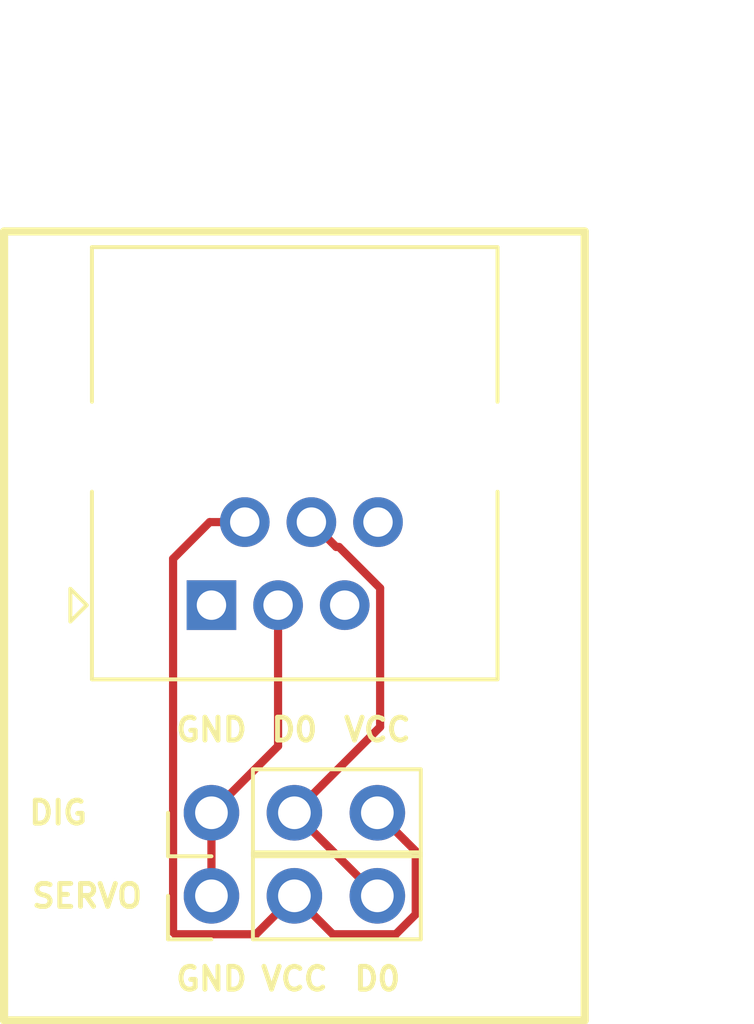
<source format=kicad_pcb>
(kicad_pcb (version 20171130) (host pcbnew 5.1.5+dfsg1-2build2)

  (general
    (thickness 1.6)
    (drawings 14)
    (tracks 23)
    (zones 0)
    (modules 3)
    (nets 4)
  )

  (page A4)
  (layers
    (0 F.Cu signal)
    (31 B.Cu signal)
    (32 B.Adhes user)
    (33 F.Adhes user)
    (34 B.Paste user)
    (35 F.Paste user)
    (36 B.SilkS user)
    (37 F.SilkS user)
    (38 B.Mask user)
    (39 F.Mask user)
    (40 Dwgs.User user)
    (41 Cmts.User user)
    (42 Eco1.User user)
    (43 Eco2.User user)
    (44 Edge.Cuts user)
    (45 Margin user)
    (46 B.CrtYd user)
    (47 F.CrtYd user)
    (48 B.Fab user)
    (49 F.Fab user hide)
  )

  (setup
    (last_trace_width 0.25)
    (trace_clearance 0.2)
    (zone_clearance 0.508)
    (zone_45_only no)
    (trace_min 0.2)
    (via_size 0.8)
    (via_drill 0.4)
    (via_min_size 0.4)
    (via_min_drill 0.3)
    (uvia_size 0.3)
    (uvia_drill 0.1)
    (uvias_allowed no)
    (uvia_min_size 0.2)
    (uvia_min_drill 0.1)
    (edge_width 0.05)
    (segment_width 0.2)
    (pcb_text_width 0.3)
    (pcb_text_size 1.5 1.5)
    (mod_edge_width 0.12)
    (mod_text_size 1 1)
    (mod_text_width 0.15)
    (pad_size 1.7 1.7)
    (pad_drill 1)
    (pad_to_mask_clearance 0.051)
    (solder_mask_min_width 0.25)
    (aux_axis_origin 0 0)
    (visible_elements FFFFFF7F)
    (pcbplotparams
      (layerselection 0x010fc_ffffffff)
      (usegerberextensions false)
      (usegerberattributes false)
      (usegerberadvancedattributes false)
      (creategerberjobfile false)
      (excludeedgelayer true)
      (linewidth 0.100000)
      (plotframeref false)
      (viasonmask false)
      (mode 1)
      (useauxorigin false)
      (hpglpennumber 1)
      (hpglpenspeed 20)
      (hpglpendiameter 15.000000)
      (psnegative false)
      (psa4output false)
      (plotreference true)
      (plotvalue true)
      (plotinvisibletext false)
      (padsonsilk false)
      (subtractmaskfromsilk false)
      (outputformat 1)
      (mirror false)
      (drillshape 0)
      (scaleselection 1)
      (outputdirectory ""))
  )

  (net 0 "")
  (net 1 /D0)
  (net 2 /GND)
  (net 3 /VCC)

  (net_class Default "Esta es la clase de red por defecto."
    (clearance 0.2)
    (trace_width 0.25)
    (via_dia 0.8)
    (via_drill 0.4)
    (uvia_dia 0.3)
    (uvia_drill 0.1)
    (add_net /D0)
    (add_net /GND)
    (add_net /VCC)
  )

  (module Connector_PinHeader_2.54mm:PinHeader_1x03_P2.54mm_Vertical (layer F.Cu) (tedit 5F58022A) (tstamp 5F583779)
    (at 115.57 104.14 90)
    (descr "Through hole straight pin header, 1x03, 2.54mm pitch, single row")
    (tags "Through hole pin header THT 1x03 2.54mm single row")
    (path /5F6249E5)
    (fp_text reference J3 (at 0 -2.33 90) (layer F.SilkS) hide
      (effects (font (size 1 1) (thickness 0.15)))
    )
    (fp_text value Servo (at 0 7.41 90) (layer F.Fab)
      (effects (font (size 1 1) (thickness 0.15)))
    )
    (fp_text user %R (at 0 2.54) (layer F.Fab)
      (effects (font (size 1 1) (thickness 0.15)))
    )
    (fp_line (start 1.8 -1.8) (end -1.8 -1.8) (layer F.CrtYd) (width 0.05))
    (fp_line (start 1.8 6.85) (end 1.8 -1.8) (layer F.CrtYd) (width 0.05))
    (fp_line (start -1.8 6.85) (end 1.8 6.85) (layer F.CrtYd) (width 0.05))
    (fp_line (start -1.8 -1.8) (end -1.8 6.85) (layer F.CrtYd) (width 0.05))
    (fp_line (start -1.33 -1.33) (end 0 -1.33) (layer F.SilkS) (width 0.12))
    (fp_line (start -1.33 0) (end -1.33 -1.33) (layer F.SilkS) (width 0.12))
    (fp_line (start -1.33 1.27) (end 1.33 1.27) (layer F.SilkS) (width 0.12))
    (fp_line (start 1.33 1.27) (end 1.33 6.41) (layer F.SilkS) (width 0.12))
    (fp_line (start -1.33 1.27) (end -1.33 6.41) (layer F.SilkS) (width 0.12))
    (fp_line (start -1.33 6.41) (end 1.33 6.41) (layer F.SilkS) (width 0.12))
    (fp_line (start -1.27 -0.635) (end -0.635 -1.27) (layer F.Fab) (width 0.1))
    (fp_line (start -1.27 6.35) (end -1.27 -0.635) (layer F.Fab) (width 0.1))
    (fp_line (start 1.27 6.35) (end -1.27 6.35) (layer F.Fab) (width 0.1))
    (fp_line (start 1.27 -1.27) (end 1.27 6.35) (layer F.Fab) (width 0.1))
    (fp_line (start -0.635 -1.27) (end 1.27 -1.27) (layer F.Fab) (width 0.1))
    (pad 3 thru_hole oval (at 0 5.08 90) (size 1.7 1.7) (drill 1) (layers *.Cu *.Mask)
      (net 1 /D0))
    (pad 2 thru_hole oval (at 0 2.54 90) (size 1.7 1.7) (drill 1) (layers *.Cu *.Mask)
      (net 3 /VCC))
    (pad 1 thru_hole circle (at 0 0 90) (size 1.7 1.7) (drill 1) (layers *.Cu *.Mask)
      (net 2 /GND))
    (model ${KISYS3DMOD}/Connector_PinHeader_2.54mm.3dshapes/PinHeader_1x03_P2.54mm_Vertical.wrl
      (at (xyz 0 0 0))
      (scale (xyz 1 1 1))
      (rotate (xyz 0 0 0))
    )
  )

  (module Connector_PinHeader_2.54mm:PinHeader_1x03_P2.54mm_Vertical (layer F.Cu) (tedit 5F58021E) (tstamp 5F583762)
    (at 115.57 101.6 90)
    (descr "Through hole straight pin header, 1x03, 2.54mm pitch, single row")
    (tags "Through hole pin header THT 1x03 2.54mm single row")
    (path /5F624460)
    (fp_text reference J2 (at 0 -2.33 90) (layer F.SilkS) hide
      (effects (font (size 1 1) (thickness 0.15)))
    )
    (fp_text value Sal_Digitales (at 0 7.41 90) (layer F.Fab)
      (effects (font (size 1 1) (thickness 0.15)))
    )
    (fp_text user %R (at 0 2.54) (layer F.Fab)
      (effects (font (size 1 1) (thickness 0.15)))
    )
    (fp_line (start 1.8 -1.8) (end -1.8 -1.8) (layer F.CrtYd) (width 0.05))
    (fp_line (start 1.8 6.85) (end 1.8 -1.8) (layer F.CrtYd) (width 0.05))
    (fp_line (start -1.8 6.85) (end 1.8 6.85) (layer F.CrtYd) (width 0.05))
    (fp_line (start -1.8 -1.8) (end -1.8 6.85) (layer F.CrtYd) (width 0.05))
    (fp_line (start -1.33 -1.33) (end 0 -1.33) (layer F.SilkS) (width 0.12))
    (fp_line (start -1.33 0) (end -1.33 -1.33) (layer F.SilkS) (width 0.12))
    (fp_line (start -1.33 1.27) (end 1.33 1.27) (layer F.SilkS) (width 0.12))
    (fp_line (start 1.33 1.27) (end 1.33 6.41) (layer F.SilkS) (width 0.12))
    (fp_line (start -1.33 1.27) (end -1.33 6.41) (layer F.SilkS) (width 0.12))
    (fp_line (start -1.33 6.41) (end 1.33 6.41) (layer F.SilkS) (width 0.12))
    (fp_line (start -1.27 -0.635) (end -0.635 -1.27) (layer F.Fab) (width 0.1))
    (fp_line (start -1.27 6.35) (end -1.27 -0.635) (layer F.Fab) (width 0.1))
    (fp_line (start 1.27 6.35) (end -1.27 6.35) (layer F.Fab) (width 0.1))
    (fp_line (start 1.27 -1.27) (end 1.27 6.35) (layer F.Fab) (width 0.1))
    (fp_line (start -0.635 -1.27) (end 1.27 -1.27) (layer F.Fab) (width 0.1))
    (pad 3 thru_hole oval (at 0 5.08 90) (size 1.7 1.7) (drill 1) (layers *.Cu *.Mask)
      (net 3 /VCC))
    (pad 2 thru_hole oval (at 0 2.54 90) (size 1.7 1.7) (drill 1) (layers *.Cu *.Mask)
      (net 1 /D0))
    (pad 1 thru_hole circle (at 0 0 90) (size 1.7 1.7) (drill 1) (layers *.Cu *.Mask)
      (net 2 /GND))
    (model ${KISYS3DMOD}/Connector_PinHeader_2.54mm.3dshapes/PinHeader_1x03_P2.54mm_Vertical.wrl
      (at (xyz 0 0 0))
      (scale (xyz 1 1 1))
      (rotate (xyz 0 0 0))
    )
  )

  (module Connector_RJ:RJ25_Wayconn_MJEA-660X1_Horizontal (layer F.Cu) (tedit 5DC188C6) (tstamp 5F581B7E)
    (at 115.57 95.25 180)
    (descr "RJ25 6P6C Socket 90 degrees, https://wayconn.com/wp-content/themes/way/datasheet/MJEA-660X1XXX_RJ25_6P6C_PCB_RA.pdf")
    (tags "RJ12 RJ18 RJ25 jack connector 6P6C")
    (path /5F610ACD)
    (fp_text reference J1 (at -6.985 -3.175) (layer F.SilkS) hide
      (effects (font (size 1 1) (thickness 0.15)))
    )
    (fp_text value RJ9 (at -2.55 12.315) (layer F.Fab)
      (effects (font (size 1 1) (thickness 0.15)))
    )
    (fp_line (start 4.32 -0.5) (end 4.32 0.5) (layer F.SilkS) (width 0.12))
    (fp_line (start 4.32 -0.5) (end 3.82 0) (layer F.SilkS) (width 0.12))
    (fp_line (start 3.82 0) (end 4.32 0.5) (layer F.SilkS) (width 0.12))
    (fp_line (start 3.05 0) (end 3.55 0.5) (layer F.Fab) (width 0.1))
    (fp_line (start 3.55 -0.5) (end 3.05 0) (layer F.Fab) (width 0.1))
    (fp_line (start 3.55 -2.16) (end 3.55 -0.5) (layer F.Fab) (width 0.1))
    (fp_line (start 3.55 0.5) (end 3.55 3.47) (layer F.Fab) (width 0.1))
    (fp_line (start -8.65 -2.16) (end 3.55 -2.16) (layer F.Fab) (width 0.1))
    (fp_line (start -8.65 6.22) (end -8.65 10.84) (layer F.Fab) (width 0.1))
    (fp_line (start 3.55 6.22) (end 3.55 10.84) (layer F.Fab) (width 0.1))
    (fp_line (start -8.65 10.84) (end 3.55 10.84) (layer F.Fab) (width 0.1))
    (fp_line (start -8.65 -2.16) (end -8.65 3.47) (layer F.Fab) (width 0.1))
    (fp_text user %R (at -2.55 4.445) (layer F.Fab)
      (effects (font (size 1 1) (thickness 0.15)))
    )
    (fp_line (start 5.1 11.34) (end -10.2 11.34) (layer F.CrtYd) (width 0.05))
    (fp_line (start 5.1 11.34) (end 5.1 -2.66) (layer F.CrtYd) (width 0.05))
    (fp_line (start -10.2 -2.66) (end -10.2 11.34) (layer F.CrtYd) (width 0.05))
    (fp_line (start -10.2 -2.66) (end 5.1 -2.66) (layer F.CrtYd) (width 0.05))
    (fp_line (start 3.66 6.22) (end 3.66 10.95) (layer F.SilkS) (width 0.12))
    (fp_line (start -8.76 6.22) (end -8.76 10.95) (layer F.SilkS) (width 0.12))
    (fp_line (start -8.76 -2.27) (end 3.66 -2.27) (layer F.SilkS) (width 0.12))
    (fp_line (start -8.76 10.95) (end 3.66 10.95) (layer F.SilkS) (width 0.12))
    (fp_line (start 3.66 -2.27) (end 3.66 3.47) (layer F.SilkS) (width 0.12))
    (fp_line (start -8.76 -2.27) (end -8.76 3.47) (layer F.SilkS) (width 0.12))
    (pad "" np_thru_hole circle (at -8.55 4.84 180) (size 2.3 2.3) (drill 2.3) (layers *.Cu *.Mask))
    (pad "" np_thru_hole circle (at 3.45 4.84 180) (size 2.3 2.3) (drill 2.3) (layers *.Cu *.Mask))
    (pad 6 thru_hole circle (at -5.1 2.54 180) (size 1.52 1.52) (drill 0.9) (layers *.Cu *.Mask))
    (pad 5 thru_hole circle (at -4.08 0 180) (size 1.52 1.52) (drill 0.9) (layers *.Cu *.Mask))
    (pad 4 thru_hole circle (at -3.06 2.54 180) (size 1.52 1.52) (drill 0.9) (layers *.Cu *.Mask)
      (net 1 /D0))
    (pad 3 thru_hole circle (at -2.04 0 180) (size 1.52 1.52) (drill 0.9) (layers *.Cu *.Mask)
      (net 2 /GND))
    (pad 2 thru_hole circle (at -1.02 2.54 180) (size 1.52 1.52) (drill 0.9) (layers *.Cu *.Mask)
      (net 3 /VCC))
    (pad 1 thru_hole rect (at 0 0 180) (size 1.52 1.52) (drill 0.9) (layers *.Cu *.Mask))
    (model ${KISYS3DMOD}/Connector_RJ.3dshapes/RJ25_Wayconn_MJEA-660X1_Horizontal.wrl
      (at (xyz 0 0 0))
      (scale (xyz 1 1 1))
      (rotate (xyz 0 0 0))
    )
  )

  (gr_text "DIG\n" (at 110.875808 101.6) (layer F.SilkS) (tstamp 5F583532)
    (effects (font (size 0.7 0.7) (thickness 0.15)))
  )
  (gr_text SERVO (at 111.76 104.14633) (layer F.SilkS) (tstamp 5F58352B)
    (effects (font (size 0.7 0.7) (thickness 0.15)))
  )
  (dimension 17.78 (width 0.15) (layer Dwgs.User)
    (gr_text "17,780 mm" (at 118.11 77.44) (layer Dwgs.User)
      (effects (font (size 1 1) (thickness 0.15)))
    )
    (feature1 (pts (xy 127 81.28) (xy 127 78.153579)))
    (feature2 (pts (xy 109.22 81.28) (xy 109.22 78.153579)))
    (crossbar (pts (xy 109.22 78.74) (xy 127 78.74)))
    (arrow1a (pts (xy 127 78.74) (xy 125.873496 79.326421)))
    (arrow1b (pts (xy 127 78.74) (xy 125.873496 78.153579)))
    (arrow2a (pts (xy 109.22 78.74) (xy 110.346504 79.326421)))
    (arrow2b (pts (xy 109.22 78.74) (xy 110.346504 78.153579)))
  )
  (dimension 24.13 (width 0.15) (layer Dwgs.User)
    (gr_text "24,130 mm" (at 128.24 95.885 270) (layer Dwgs.User)
      (effects (font (size 1 1) (thickness 0.15)))
    )
    (feature1 (pts (xy 129.54 107.95) (xy 128.953579 107.95)))
    (feature2 (pts (xy 129.54 83.82) (xy 128.953579 83.82)))
    (crossbar (pts (xy 129.54 83.82) (xy 129.54 107.95)))
    (arrow1a (pts (xy 129.54 107.95) (xy 128.953579 106.823496)))
    (arrow1b (pts (xy 129.54 107.95) (xy 130.126421 106.823496)))
    (arrow2a (pts (xy 129.54 83.82) (xy 128.953579 84.946504)))
    (arrow2b (pts (xy 129.54 83.82) (xy 130.126421 84.946504)))
  )
  (gr_text GND (at 115.57 99.06) (layer F.SilkS) (tstamp 5F582892)
    (effects (font (size 0.7 0.7) (thickness 0.15)))
  )
  (gr_text VCC (at 120.65 99.06) (layer F.SilkS) (tstamp 5F582890)
    (effects (font (size 0.7 0.7) (thickness 0.15)))
  )
  (gr_text D0 (at 118.11 99.06) (layer F.SilkS) (tstamp 5F58288E)
    (effects (font (size 0.7 0.7) (thickness 0.15)))
  )
  (gr_text D0 (at 120.65 106.68) (layer F.SilkS) (tstamp 5F582886)
    (effects (font (size 0.7 0.7) (thickness 0.15)))
  )
  (gr_text VCC (at 118.11 106.68) (layer F.SilkS) (tstamp 5F582884)
    (effects (font (size 0.7 0.7) (thickness 0.15)))
  )
  (gr_text GND (at 115.57 106.68) (layer F.SilkS) (tstamp 5F58286C)
    (effects (font (size 0.7 0.7) (thickness 0.15)))
  )
  (gr_line (start 127 83.82) (end 109.22 83.82) (layer F.SilkS) (width 0.25) (tstamp 5F5824A1))
  (gr_line (start 127 107.95) (end 127 83.82) (layer F.SilkS) (width 0.25))
  (gr_line (start 109.22 107.95) (end 127 107.95) (layer F.SilkS) (width 0.25))
  (gr_line (start 109.22 83.82) (end 109.22 107.95) (layer F.SilkS) (width 0.25))

  (segment (start 119.55 95.25) (end 119.65 95.25) (width 0.25) (layer B.Cu) (net 0) (status 30))
  (segment (start 118.959999 100.750001) (end 118.11 101.6) (width 0.25) (layer F.Cu) (net 1))
  (segment (start 120.735001 98.974999) (end 118.959999 100.750001) (width 0.25) (layer F.Cu) (net 1))
  (segment (start 120.735001 94.729199) (end 120.735001 98.974999) (width 0.25) (layer F.Cu) (net 1))
  (segment (start 119.475801 93.469999) (end 120.735001 94.729199) (width 0.25) (layer F.Cu) (net 1))
  (segment (start 119.389999 93.469999) (end 119.475801 93.469999) (width 0.25) (layer F.Cu) (net 1))
  (segment (start 118.63 92.71) (end 119.389999 93.469999) (width 0.25) (layer F.Cu) (net 1))
  (segment (start 118.11 101.6) (end 120.65 104.14) (width 0.25) (layer F.Cu) (net 1))
  (segment (start 117.61 99.56) (end 115.57 101.6) (width 0.25) (layer F.Cu) (net 2))
  (segment (start 117.61 95.25) (end 117.61 99.56) (width 0.25) (layer F.Cu) (net 2))
  (segment (start 115.57 101.6) (end 115.57 104.14) (width 0.25) (layer F.Cu) (net 2))
  (segment (start 121.499999 102.449999) (end 120.65 101.6) (width 0.25) (layer F.Cu) (net 3))
  (segment (start 121.825001 102.775001) (end 121.499999 102.449999) (width 0.25) (layer F.Cu) (net 3))
  (segment (start 121.825001 104.704001) (end 121.825001 102.775001) (width 0.25) (layer F.Cu) (net 3))
  (segment (start 121.214001 105.315001) (end 121.825001 104.704001) (width 0.25) (layer F.Cu) (net 3))
  (segment (start 119.285001 105.315001) (end 121.214001 105.315001) (width 0.25) (layer F.Cu) (net 3))
  (segment (start 118.11 104.14) (end 119.285001 105.315001) (width 0.25) (layer F.Cu) (net 3))
  (segment (start 114.394999 93.830199) (end 115.515198 92.71) (width 0.25) (layer F.Cu) (net 3))
  (segment (start 114.394999 105.250001) (end 114.394999 93.830199) (width 0.25) (layer F.Cu) (net 3))
  (segment (start 115.515198 92.71) (end 116.59 92.71) (width 0.25) (layer F.Cu) (net 3))
  (segment (start 114.459999 105.315001) (end 114.394999 105.250001) (width 0.25) (layer F.Cu) (net 3))
  (segment (start 116.934999 105.315001) (end 114.459999 105.315001) (width 0.25) (layer F.Cu) (net 3))
  (segment (start 118.11 104.14) (end 116.934999 105.315001) (width 0.25) (layer F.Cu) (net 3))

)

</source>
